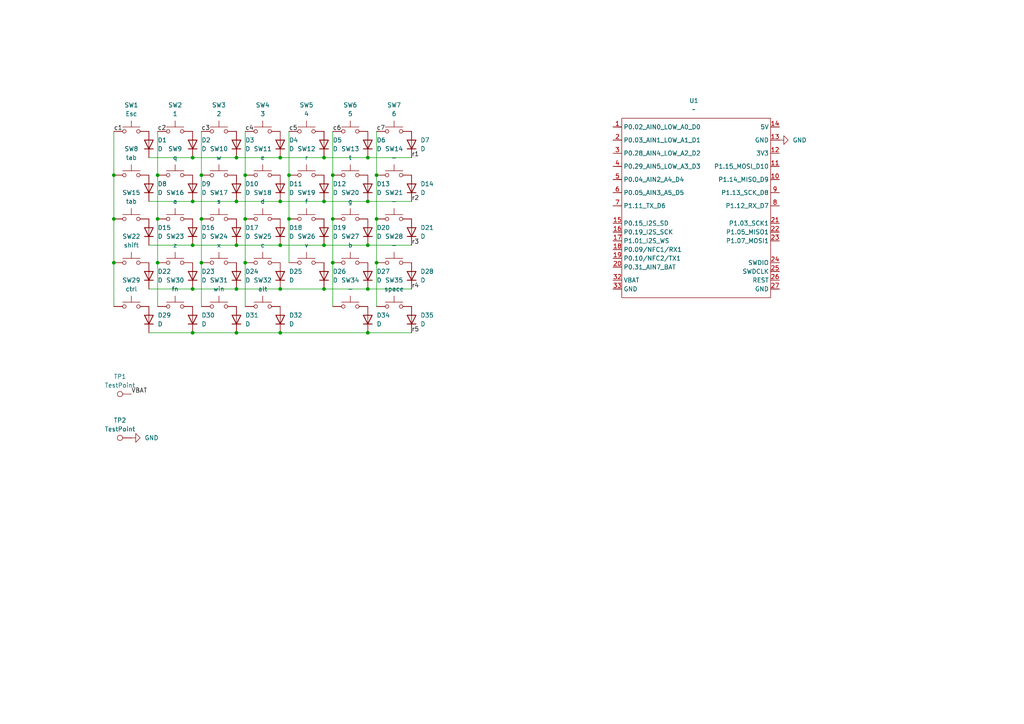
<source format=kicad_sch>
(kicad_sch (version 20250114) (generator "eeschema") (generator_version "9.0")
  (paper "A4")
  (lib_symbols
    (symbol "Connector:TestPoint" (pin_numbers (hide yes)) (pin_names (offset 0.762) (hide yes))
      (property "Reference" "TP" (at 0 6.858 0))
      (property "Value" "TestPoint" (at 0 5.08 0))
      (symbol "TestPoint_0_1"
        (circle (center 0 3.302) (radius 0.762))
      )
      (symbol "TestPoint_1_1"
        (pin passive line (at 0 0 90) (length 2.54) (name "1") (number "1"))
      )
    )
    (symbol "Device:D" (pin_numbers (hide yes)) (pin_names (offset 1.016) (hide yes))
      (property "Reference" "D" (at 0 2.54 0))
      (property "Value" "D" (at 0 -2.54 0))
      (symbol "D_0_1"
        (polyline (pts (xy -1.27 1.27) (xy -1.27 -1.27)) (stroke (width 0.254)))
        (polyline (pts (xy 1.27 1.27) (xy 1.27 -1.27) (xy -1.27 0) (xy 1.27 1.27)) (stroke (width 0.254)))
        (polyline (pts (xy 1.27 0) (xy -1.27 0)))
      )
      (symbol "D_1_1"
        (pin passive line (at -3.81 0 0) (length 2.54) (name "K") (number "1"))
        (pin passive line (at 3.81 0 180) (length 2.54) (name "A") (number "2"))
      )
    )
    (symbol "Seeed_Studio_XIAO_Series (1):XIAO-nRF52840_Plus_SMD"
      (property "Reference" "U" (at -2.54 2.54 0))
      (symbol "XIAO-nRF52840_Plus_SMD_0_1"
        (rectangle (start 0 0) (end 43.18 -52.07))
      )
      (symbol "XIAO-nRF52840_Plus_SMD_1_0"
        (polyline (pts (xy 0 -2.54) (xy -1.27 -2.54)) (stroke (width 0.1524)))
        (polyline (pts (xy 0 -6.35) (xy -1.27 -6.35)) (stroke (width 0.1524)))
        (polyline (pts (xy 0 -10.16) (xy -1.27 -10.16)) (stroke (width 0.1524)))
        (polyline (pts (xy 0 -13.97) (xy -1.27 -13.97)) (stroke (width 0.1524)))
        (polyline (pts (xy 0 -17.78) (xy -1.27 -17.78)) (stroke (width 0.1524)))
        (polyline (pts (xy 0 -21.59) (xy -1.27 -21.59)) (stroke (width 0.1524)))
        (polyline (pts (xy 0 -25.4) (xy -1.27 -25.4)) (stroke (width 0.1524)))
        (pin passive line (at -2.54 -2.54 0) (length 2.54) (name "P0.02_AIN0_LOW_A0_D0") (number "1"))
        (pin passive line (at -2.54 -6.35 0) (length 2.54) (name "P0.03_AIN1_LOW_A1_D1") (number "2"))
        (pin passive line (at -2.54 -10.16 0) (length 2.54) (name "P0.28_AIN4_LOW_A2_D2") (number "3"))
        (pin passive line (at -2.54 -13.97 0) (length 2.54) (name "P0.29_AIN5_LOW_A3_D3") (number "4"))
        (pin passive line (at -2.54 -17.78 0) (length 2.54) (name "P0.04_AIN2_A4_D4") (number "5"))
        (pin passive line (at -2.54 -21.59 0) (length 2.54) (name "P0.05_AIN3_A5_D5") (number "6"))
        (pin passive line (at -2.54 -25.4 0) (length 2.54) (name "P1.11_TX_D6") (number "7"))
        (pin passive line (at 45.72 -2.54 180) (length 2.54) (name "5V") (number "14"))
        (pin passive line (at 45.72 -6.35 180) (length 2.54) (name "GND") (number "13"))
        (pin passive line (at 45.72 -10.16 180) (length 2.54) (name "3V3") (number "12"))
        (pin passive line (at 45.72 -13.97 180) (length 2.54) (name "P1.15_MOSI_D10") (number "11"))
        (pin passive line (at 45.72 -17.78 180) (length 2.54) (name "P1.14_MISO_D9") (number "10"))
        (pin passive line (at 45.72 -21.59 180) (length 2.54) (name "P1.13_SCK_D8") (number "9"))
        (pin passive line (at 45.72 -25.4 180) (length 2.54) (name "P1.12_RX_D7") (number "8"))
      )
      (symbol "XIAO-nRF52840_Plus_SMD_1_1"
        (pin passive line (at -2.54 -30.48 0) (length 2.54) (name "P0.15_I2S_SD") (number "15"))
        (pin passive line (at -2.54 -33.02 0) (length 2.54) (name "P0.19_I2S_SCK") (number "16"))
        (pin passive line (at -2.54 -35.56 0) (length 2.54) (name "P1.01_I2S_WS") (number "17"))
        (pin passive line (at -2.54 -38.1 0) (length 2.54) (name "P0.09/NFC1/RX1") (number "18"))
        (pin passive line (at -2.54 -40.64 0) (length 2.54) (name "P0.10/NFC2/TX1") (number "19"))
        (pin passive line (at -2.54 -43.18 0) (length 2.54) (name "P0.31_AIN7_BAT") (number "20"))
        (pin passive line (at -2.54 -46.99 0) (length 2.54) (name "VBAT") (number "32"))
        (pin passive line (at -2.54 -49.53 0) (length 2.54) (name "GND") (number "33"))
        (pin passive line (at 45.72 -30.48 180) (length 2.54) (name "P1.03_SCK1") (number "21"))
        (pin passive line (at 45.72 -33.02 180) (length 2.54) (name "P1.05_MISO1") (number "22"))
        (pin passive line (at 45.72 -35.56 180) (length 2.54) (name "P1.07_MOSI1") (number "23"))
        (pin passive line (at 45.72 -41.91 180) (length 2.54) (name "SWDIO") (number "24"))
        (pin passive line (at 45.72 -44.45 180) (length 2.54) (name "SWDCLK") (number "25"))
        (pin passive line (at 45.72 -46.99 180) (length 2.54) (name "REST") (number "26"))
        (pin passive line (at 45.72 -49.53 180) (length 2.54) (name "GND") (number "27"))
      )
    )
    (symbol "Switch:SW_Push" (pin_numbers (hide yes)) (pin_names (offset 1.016) (hide yes))
      (property "Reference" "SW" (at 1.27 2.54 0))
      (property "Value" "SW_Push" (at 0 -1.524 0))
      (symbol "SW_Push_0_1"
        (circle (center -2.032 0) (radius 0.508))
        (polyline (pts (xy 0 1.27) (xy 0 3.048)))
        (circle (center 2.032 0) (radius 0.508))
        (polyline (pts (xy 2.54 1.27) (xy -2.54 1.27)))
        (pin passive line (at -5.08 0 0) (length 2.54) (name "1") (number "1"))
        (pin passive line (at 5.08 0 180) (length 2.54) (name "2") (number "2"))
      )
    )
    (symbol "power:GND" (power) (pin_numbers (hide yes)) (pin_names (offset 0) (hide yes))
      (property "Value" "GND" (at 0 -3.81 0))
      (symbol "GND_0_1"
        (polyline (pts (xy 0 0) (xy 0 -1.27) (xy 1.27 -1.27) (xy 0 -2.54) (xy -1.27 -1.27) (xy 0 -1.27)))
      )
      (symbol "GND_1_1"
        (pin power_in line (at 0 0 270) (length 0) (name "~") (number "1"))
      )
    )
  )
  (junction (at 71.12 76.2))
  (junction (at 58.42 50.8))
  (junction (at 68.58 58.42))
  (junction (at 109.22 50.8))
  (junction (at 96.52 63.5))
  (junction (at 55.88 96.52))
  (junction (at 45.72 63.5))
  (junction (at 96.52 76.2))
  (junction (at 55.88 71.12))
  (junction (at 33.02 50.8))
  (junction (at 81.28 83.82))
  (junction (at 58.42 76.2))
  (junction (at 106.68 83.82))
  (junction (at 93.98 71.12))
  (junction (at 55.88 45.72))
  (junction (at 93.98 83.82))
  (junction (at 96.52 50.8))
  (junction (at 68.58 96.52))
  (junction (at 68.58 45.72))
  (junction (at 106.68 71.12))
  (junction (at 33.02 76.2))
  (junction (at 55.88 83.82))
  (junction (at 83.82 63.5))
  (junction (at 81.28 96.52))
  (junction (at 55.88 58.42))
  (junction (at 81.28 71.12))
  (junction (at 58.42 63.5))
  (junction (at 106.68 58.42))
  (junction (at 81.28 45.72))
  (junction (at 83.82 50.8))
  (junction (at 93.98 58.42))
  (junction (at 45.72 50.8))
  (junction (at 93.98 45.72))
  (junction (at 68.58 83.82))
  (junction (at 33.02 63.5))
  (junction (at 81.28 58.42))
  (junction (at 71.12 50.8))
  (junction (at 109.22 63.5))
  (junction (at 45.72 76.2))
  (junction (at 71.12 63.5))
  (junction (at 109.22 76.2))
  (junction (at 68.58 71.12))
  (junction (at 106.68 45.72))
  (junction (at 106.68 96.52))
  (wire (pts (xy 45.72 76.2) (xy 45.72 88.9)))
  (wire (pts (xy 81.28 45.72) (xy 93.98 45.72)))
  (wire (pts (xy 45.72 63.5) (xy 45.72 76.2)))
  (wire (pts (xy 106.68 83.82) (xy 119.38 83.82)))
  (wire (pts (xy 55.88 83.82) (xy 68.58 83.82)))
  (wire (pts (xy 43.18 71.12) (xy 55.88 71.12)))
  (wire (pts (xy 83.82 50.8) (xy 83.82 63.5)))
  (wire (pts (xy 81.28 83.82) (xy 93.98 83.82)))
  (wire (pts (xy 96.52 63.5) (xy 96.52 76.2)))
  (wire (pts (xy 58.42 50.8) (xy 58.42 63.5)))
  (wire (pts (xy 45.72 50.8) (xy 45.72 63.5)))
  (wire (pts (xy 33.02 76.2) (xy 33.02 88.9)))
  (wire (pts (xy 106.68 58.42) (xy 119.38 58.42)))
  (wire (pts (xy 106.68 71.12) (xy 119.38 71.12)))
  (wire (pts (xy 81.28 71.12) (xy 93.98 71.12)))
  (wire (pts (xy 109.22 38.1) (xy 109.22 50.8)))
  (wire (pts (xy 33.02 38.1) (xy 33.02 50.8)))
  (wire (pts (xy 68.58 45.72) (xy 81.28 45.72)))
  (wire (pts (xy 55.88 71.12) (xy 68.58 71.12)))
  (wire (pts (xy 71.12 63.5) (xy 71.12 76.2)))
  (wire (pts (xy 68.58 83.82) (xy 81.28 83.82)))
  (wire (pts (xy 83.82 63.5) (xy 83.82 76.2)))
  (wire (pts (xy 109.22 50.8) (xy 109.22 63.5)))
  (wire (pts (xy 83.82 38.1) (xy 83.82 50.8)))
  (wire (pts (xy 68.58 71.12) (xy 81.28 71.12)))
  (wire (pts (xy 81.28 58.42) (xy 93.98 58.42)))
  (wire (pts (xy 55.88 96.52) (xy 68.58 96.52)))
  (wire (pts (xy 96.52 38.1) (xy 96.52 50.8)))
  (wire (pts (xy 58.42 63.5) (xy 58.42 76.2)))
  (wire (pts (xy 93.98 45.72) (xy 106.68 45.72)))
  (wire (pts (xy 109.22 63.5) (xy 109.22 76.2)))
  (wire (pts (xy 71.12 38.1) (xy 71.12 50.8)))
  (wire (pts (xy 58.42 38.1) (xy 58.42 50.8)))
  (wire (pts (xy 106.68 96.52) (xy 119.38 96.52)))
  (wire (pts (xy 68.58 96.52) (xy 81.28 96.52)))
  (wire (pts (xy 93.98 71.12) (xy 106.68 71.12)))
  (wire (pts (xy 106.68 45.72) (xy 119.38 45.72)))
  (wire (pts (xy 55.88 45.72) (xy 68.58 45.72)))
  (wire (pts (xy 45.72 38.1) (xy 45.72 50.8)))
  (wire (pts (xy 109.22 76.2) (xy 109.22 88.9)))
  (wire (pts (xy 33.02 50.8) (xy 33.02 63.5)))
  (wire (pts (xy 96.52 76.2) (xy 96.52 88.9)))
  (wire (pts (xy 81.28 96.52) (xy 106.68 96.52)))
  (wire (pts (xy 58.42 76.2) (xy 58.42 88.9)))
  (wire (pts (xy 68.58 58.42) (xy 81.28 58.42)))
  (wire (pts (xy 43.18 83.82) (xy 55.88 83.82)))
  (wire (pts (xy 71.12 50.8) (xy 71.12 63.5)))
  (wire (pts (xy 55.88 58.42) (xy 68.58 58.42)))
  (wire (pts (xy 71.12 76.2) (xy 71.12 88.9)))
  (wire (pts (xy 43.18 96.52) (xy 55.88 96.52)))
  (wire (pts (xy 43.18 58.42) (xy 55.88 58.42)))
  (wire (pts (xy 43.18 45.72) (xy 55.88 45.72)))
  (wire (pts (xy 93.98 58.42) (xy 106.68 58.42)))
  (wire (pts (xy 96.52 50.8) (xy 96.52 63.5)))
  (wire (pts (xy 93.98 83.82) (xy 106.68 83.82)))
  (wire (pts (xy 33.02 63.5) (xy 33.02 76.2)))
  (label "c6" (at 96.52 38.1 0))
  (label "c2" (at 45.72 38.1 0))
  (label "VBAT" (at 38.1 114.3 0))
  (label "c5" (at 83.82 38.1 0))
  (label "r3" (at 119.38 71.12 0))
  (label "c1" (at 33.02 38.1 0))
  (label "c3" (at 58.42 38.1 0))
  (label "r2" (at 119.38 58.42 0))
  (label "r5" (at 119.38 96.52 0))
  (label "r1" (at 119.38 45.72 0))
  (label "c4" (at 71.12 38.1 0))
  (label "c7" (at 109.22 38.1 0))
  (label "r4" (at 119.38 83.82 0))
  (symbol (lib_id "power:GND") (at 226.06 40.64 90) (unit 1)
    (property "Reference" "#PWR02" (effects (hide yes)))
    (property "Value" "GND" (at 229.87 40.6399 90) (effects (justify right)))
    (property "Description" "Power symbol creates a global label with name \"GND\" , ground" (effects (hide yes)))
  )
  (symbol (lib_id "Switch:SW_Push") (at 88.9 63.5 0) (unit 1)
    (property "Reference" "SW19" (at 88.9 55.88 0))
    (property "Value" "f" (at 88.9 58.42 0))
    (property "Description" "Push button switch, generic, two pins" (effects (hide yes)))
  )
  (symbol (lib_id "Switch:SW_Push") (at 38.1 76.2 0) (unit 1)
    (property "Reference" "SW22" (at 38.1 68.58 0))
    (property "Value" "shift" (at 38.1 71.12 0))
    (property "Description" "Push button switch, generic, two pins" (effects (hide yes)))
  )
  (symbol (lib_id "Device:D") (at 68.58 67.31 90) (unit 1)
    (property "Reference" "D17" (at 71.12 66.0399 90) (effects (justify right)))
    (property "Value" "D" (at 71.12 68.5799 90) (effects (justify right)))
    (property "Description" "Diode" (effects (hide yes)))
    (property "Sim.Device" "D" (effects (hide yes)))
    (property "Sim.Pins" "1=K 2=A" (effects (hide yes)))
  )
  (symbol (lib_id "Seeed_Studio_XIAO_Series (1):XIAO-nRF52840_Plus_SMD") (at 180.34 34.29 0) (unit 1)
    (property "Reference" "U1" (at 201.2569 29.21 0))
    (property "Value" "~" (at 201.2569 31.75 0))
  )
  (symbol (lib_id "Switch:SW_Push") (at 76.2 38.1 0) (unit 1)
    (property "Reference" "SW4" (at 76.2 30.48 0))
    (property "Value" "3" (at 76.2 33.02 0))
    (property "Description" "Push button switch, generic, two pins" (effects (hide yes)))
  )
  (symbol (lib_id "Device:D") (at 106.68 41.91 90) (unit 1)
    (property "Reference" "D6" (at 109.22 40.6399 90) (effects (justify right)))
    (property "Value" "D" (at 109.22 43.1799 90) (effects (justify right)))
    (property "Description" "Diode" (effects (hide yes)))
    (property "Sim.Device" "D" (effects (hide yes)))
    (property "Sim.Pins" "1=K 2=A" (effects (hide yes)))
  )
  (symbol (lib_id "Device:D") (at 106.68 67.31 90) (unit 1)
    (property "Reference" "D20" (at 109.22 66.0399 90) (effects (justify right)))
    (property "Value" "D" (at 109.22 68.5799 90) (effects (justify right)))
    (property "Description" "Diode" (effects (hide yes)))
    (property "Sim.Device" "D" (effects (hide yes)))
    (property "Sim.Pins" "1=K 2=A" (effects (hide yes)))
  )
  (symbol (lib_id "Device:D") (at 81.28 67.31 90) (unit 1)
    (property "Reference" "D18" (at 83.82 66.0399 90) (effects (justify right)))
    (property "Value" "D" (at 83.82 68.5799 90) (effects (justify right)))
    (property "Description" "Diode" (effects (hide yes)))
    (property "Sim.Device" "D" (effects (hide yes)))
    (property "Sim.Pins" "1=K 2=A" (effects (hide yes)))
  )
  (symbol (lib_id "Switch:SW_Push") (at 114.3 88.9 0) (unit 1)
    (property "Reference" "SW35" (at 114.3 81.28 0))
    (property "Value" "space" (at 114.3 83.82 0))
    (property "Description" "Push button switch, generic, two pins" (effects (hide yes)))
  )
  (symbol (lib_id "Device:D") (at 119.38 41.91 90) (unit 1)
    (property "Reference" "D7" (at 121.92 40.6399 90) (effects (justify right)))
    (property "Value" "D" (at 121.92 43.1799 90) (effects (justify right)))
    (property "Description" "Diode" (effects (hide yes)))
    (property "Sim.Device" "D" (effects (hide yes)))
    (property "Sim.Pins" "1=K 2=A" (effects (hide yes)))
  )
  (symbol (lib_id "Device:D") (at 68.58 80.01 90) (unit 1)
    (property "Reference" "D24" (at 71.12 78.7399 90) (effects (justify right)))
    (property "Value" "D" (at 71.12 81.2799 90) (effects (justify right)))
    (property "Description" "Diode" (effects (hide yes)))
    (property "Sim.Device" "D" (effects (hide yes)))
    (property "Sim.Pins" "1=K 2=A" (effects (hide yes)))
  )
  (symbol (lib_id "Switch:SW_Push") (at 63.5 88.9 0) (unit 1)
    (property "Reference" "SW31" (at 63.5 81.28 0))
    (property "Value" "win" (at 63.5 83.82 0))
    (property "Description" "Push button switch, generic, two pins" (effects (hide yes)))
  )
  (symbol (lib_id "Device:D") (at 68.58 54.61 90) (unit 1)
    (property "Reference" "D10" (at 71.12 53.3399 90) (effects (justify right)))
    (property "Value" "D" (at 71.12 55.8799 90) (effects (justify right)))
    (property "Description" "Diode" (effects (hide yes)))
    (property "Sim.Device" "D" (effects (hide yes)))
    (property "Sim.Pins" "1=K 2=A" (effects (hide yes)))
  )
  (symbol (lib_id "Device:D") (at 55.88 80.01 90) (unit 1)
    (property "Reference" "D23" (at 58.42 78.7399 90) (effects (justify right)))
    (property "Value" "D" (at 58.42 81.2799 90) (effects (justify right)))
    (property "Description" "Diode" (effects (hide yes)))
    (property "Sim.Device" "D" (effects (hide yes)))
    (property "Sim.Pins" "1=K 2=A" (effects (hide yes)))
  )
  (symbol (lib_id "Device:D") (at 81.28 54.61 90) (unit 1)
    (property "Reference" "D11" (at 83.82 53.3399 90) (effects (justify right)))
    (property "Value" "D" (at 83.82 55.8799 90) (effects (justify right)))
    (property "Description" "Diode" (effects (hide yes)))
    (property "Sim.Device" "D" (effects (hide yes)))
    (property "Sim.Pins" "1=K 2=A" (effects (hide yes)))
  )
  (symbol (lib_id "Switch:SW_Push") (at 38.1 38.1 0) (unit 1)
    (property "Reference" "SW1" (at 38.1 30.48 0))
    (property "Value" "Esc" (at 38.1 33.02 0))
    (property "Description" "Push button switch, generic, two pins" (effects (hide yes)))
  )
  (symbol (lib_id "power:GND") (at 38.1 127 90) (unit 1)
    (property "Reference" "#PWR01" (effects (hide yes)))
    (property "Value" "GND" (at 41.91 126.9999 90) (effects (justify right)))
    (property "Description" "Power symbol creates a global label with name \"GND\" , ground" (effects (hide yes)))
  )
  (symbol (lib_id "Device:D") (at 93.98 41.91 90) (unit 1)
    (property "Reference" "D5" (at 96.52 40.6399 90) (effects (justify right)))
    (property "Value" "D" (at 96.52 43.1799 90) (effects (justify right)))
    (property "Description" "Diode" (effects (hide yes)))
    (property "Sim.Device" "D" (effects (hide yes)))
    (property "Sim.Pins" "1=K 2=A" (effects (hide yes)))
  )
  (symbol (lib_id "Switch:SW_Push") (at 38.1 50.8 0) (unit 1)
    (property "Reference" "SW8" (at 38.1 43.18 0))
    (property "Value" "tab" (at 38.1 45.72 0))
    (property "Description" "Push button switch, generic, two pins" (effects (hide yes)))
  )
  (symbol (lib_id "Device:D") (at 68.58 92.71 90) (unit 1)
    (property "Reference" "D31" (at 71.12 91.4399 90) (effects (justify right)))
    (property "Value" "D" (at 71.12 93.9799 90) (effects (justify right)))
    (property "Description" "Diode" (effects (hide yes)))
    (property "Sim.Device" "D" (effects (hide yes)))
    (property "Sim.Pins" "1=K 2=A" (effects (hide yes)))
  )
  (symbol (lib_id "Device:D") (at 119.38 54.61 90) (unit 1)
    (property "Reference" "D14" (at 121.92 53.3399 90) (effects (justify right)))
    (property "Value" "D" (at 121.92 55.8799 90) (effects (justify right)))
    (property "Description" "Diode" (effects (hide yes)))
    (property "Sim.Device" "D" (effects (hide yes)))
    (property "Sim.Pins" "1=K 2=A" (effects (hide yes)))
  )
  (symbol (lib_id "Device:D") (at 93.98 80.01 90) (unit 1)
    (property "Reference" "D26" (at 96.52 78.7399 90) (effects (justify right)))
    (property "Value" "D" (at 96.52 81.2799 90) (effects (justify right)))
    (property "Description" "Diode" (effects (hide yes)))
    (property "Sim.Device" "D" (effects (hide yes)))
    (property "Sim.Pins" "1=K 2=A" (effects (hide yes)))
  )
  (symbol (lib_id "Device:D") (at 55.88 54.61 90) (unit 1)
    (property "Reference" "D9" (at 58.42 53.3399 90) (effects (justify right)))
    (property "Value" "D" (at 58.42 55.8799 90) (effects (justify right)))
    (property "Description" "Diode" (effects (hide yes)))
    (property "Sim.Device" "D" (effects (hide yes)))
    (property "Sim.Pins" "1=K 2=A" (effects (hide yes)))
  )
  (symbol (lib_id "Connector:TestPoint") (at 38.1 127 90) (unit 1)
    (property "Reference" "TP2" (at 34.798 121.92 90))
    (property "Value" "TestPoint" (at 34.798 124.46 90))
    (property "Description" "test point" (effects (hide yes)))
  )
  (symbol (lib_id "Switch:SW_Push") (at 101.6 38.1 0) (unit 1)
    (property "Reference" "SW6" (at 101.6 30.48 0))
    (property "Value" "5" (at 101.6 33.02 0))
    (property "Description" "Push button switch, generic, two pins" (effects (hide yes)))
  )
  (symbol (lib_id "Device:D") (at 81.28 92.71 90) (unit 1)
    (property "Reference" "D32" (at 83.82 91.4399 90) (effects (justify right)))
    (property "Value" "D" (at 83.82 93.9799 90) (effects (justify right)))
    (property "Description" "Diode" (effects (hide yes)))
    (property "Sim.Device" "D" (effects (hide yes)))
    (property "Sim.Pins" "1=K 2=A" (effects (hide yes)))
  )
  (symbol (lib_id "Device:D") (at 106.68 80.01 90) (unit 1)
    (property "Reference" "D27" (at 109.22 78.7399 90) (effects (justify right)))
    (property "Value" "D" (at 109.22 81.2799 90) (effects (justify right)))
    (property "Description" "Diode" (effects (hide yes)))
    (property "Sim.Device" "D" (effects (hide yes)))
    (property "Sim.Pins" "1=K 2=A" (effects (hide yes)))
  )
  (symbol (lib_id "Switch:SW_Push") (at 50.8 88.9 0) (unit 1)
    (property "Reference" "SW30" (at 50.8 81.28 0))
    (property "Value" "fn" (at 50.8 83.82 0))
    (property "Description" "Push button switch, generic, two pins" (effects (hide yes)))
  )
  (symbol (lib_id "Device:D") (at 93.98 54.61 90) (unit 1)
    (property "Reference" "D12" (at 96.52 53.3399 90) (effects (justify right)))
    (property "Value" "D" (at 96.52 55.8799 90) (effects (justify right)))
    (property "Description" "Diode" (effects (hide yes)))
    (property "Sim.Device" "D" (effects (hide yes)))
    (property "Sim.Pins" "1=K 2=A" (effects (hide yes)))
  )
  (symbol (lib_id "Switch:SW_Push") (at 88.9 50.8 0) (unit 1)
    (property "Reference" "SW12" (at 88.9 43.18 0))
    (property "Value" "r" (at 88.9 45.72 0))
    (property "Description" "Push button switch, generic, two pins" (effects (hide yes)))
  )
  (symbol (lib_id "Device:D") (at 43.18 54.61 90) (unit 1)
    (property "Reference" "D8" (at 45.72 53.3399 90) (effects (justify right)))
    (property "Value" "D" (at 45.72 55.8799 90) (effects (justify right)))
    (property "Description" "Diode" (effects (hide yes)))
    (property "Sim.Device" "D" (effects (hide yes)))
    (property "Sim.Pins" "1=K 2=A" (effects (hide yes)))
  )
  (symbol (lib_id "Device:D") (at 68.58 41.91 90) (unit 1)
    (property "Reference" "D3" (at 71.12 40.6399 90) (effects (justify right)))
    (property "Value" "D" (at 71.12 43.1799 90) (effects (justify right)))
    (property "Description" "Diode" (effects (hide yes)))
    (property "Sim.Device" "D" (effects (hide yes)))
    (property "Sim.Pins" "1=K 2=A" (effects (hide yes)))
  )
  (symbol (lib_id "Switch:SW_Push") (at 76.2 76.2 0) (unit 1)
    (property "Reference" "SW25" (at 76.2 68.58 0))
    (property "Value" "c" (at 76.2 71.12 0))
    (property "Description" "Push button switch, generic, two pins" (effects (hide yes)))
  )
  (symbol (lib_id "Switch:SW_Push") (at 101.6 63.5 0) (unit 1)
    (property "Reference" "SW20" (at 101.6 55.88 0))
    (property "Value" "g" (at 101.6 58.42 0))
    (property "Description" "Push button switch, generic, two pins" (effects (hide yes)))
  )
  (symbol (lib_id "Device:D") (at 106.68 92.71 90) (unit 1)
    (property "Reference" "D34" (at 109.22 91.4399 90) (effects (justify right)))
    (property "Value" "D" (at 109.22 93.9799 90) (effects (justify right)))
    (property "Description" "Diode" (effects (hide yes)))
    (property "Sim.Device" "D" (effects (hide yes)))
    (property "Sim.Pins" "1=K 2=A" (effects (hide yes)))
  )
  (symbol (lib_id "Device:D") (at 119.38 67.31 90) (unit 1)
    (property "Reference" "D21" (at 121.92 66.0399 90) (effects (justify right)))
    (property "Value" "D" (at 121.92 68.5799 90) (effects (justify right)))
    (property "Description" "Diode" (effects (hide yes)))
    (property "Sim.Device" "D" (effects (hide yes)))
    (property "Sim.Pins" "1=K 2=A" (effects (hide yes)))
  )
  (symbol (lib_id "Switch:SW_Push") (at 50.8 76.2 0) (unit 1)
    (property "Reference" "SW23" (at 50.8 68.58 0))
    (property "Value" "z" (at 50.8 71.12 0))
    (property "Description" "Push button switch, generic, two pins" (effects (hide yes)))
  )
  (symbol (lib_id "Device:D") (at 43.18 67.31 90) (unit 1)
    (property "Reference" "D15" (at 45.72 66.0399 90) (effects (justify right)))
    (property "Value" "D" (at 45.72 68.5799 90) (effects (justify right)))
    (property "Description" "Diode" (effects (hide yes)))
    (property "Sim.Device" "D" (effects (hide yes)))
    (property "Sim.Pins" "1=K 2=A" (effects (hide yes)))
  )
  (symbol (lib_id "Device:D") (at 43.18 41.91 90) (unit 1)
    (property "Reference" "D1" (at 45.72 40.6399 90) (effects (justify right)))
    (property "Value" "D" (at 45.72 43.1799 90) (effects (justify right)))
    (property "Description" "Diode" (effects (hide yes)))
    (property "Sim.Device" "D" (effects (hide yes)))
    (property "Sim.Pins" "1=K 2=A" (effects (hide yes)))
  )
  (symbol (lib_id "Switch:SW_Push") (at 63.5 50.8 0) (unit 1)
    (property "Reference" "SW10" (at 63.5 43.18 0))
    (property "Value" "w" (at 63.5 45.72 0))
    (property "Description" "Push button switch, generic, two pins" (effects (hide yes)))
  )
  (symbol (lib_id "Switch:SW_Push") (at 114.3 50.8 0) (unit 1)
    (property "Reference" "SW14" (at 114.3 43.18 0))
    (property "Value" "-" (at 114.3 45.72 0))
    (property "Description" "Push button switch, generic, two pins" (effects (hide yes)))
  )
  (symbol (lib_id "Device:D") (at 119.38 80.01 90) (unit 1)
    (property "Reference" "D28" (at 121.92 78.7399 90) (effects (justify right)))
    (property "Value" "D" (at 121.92 81.2799 90) (effects (justify right)))
    (property "Description" "Diode" (effects (hide yes)))
    (property "Sim.Device" "D" (effects (hide yes)))
    (property "Sim.Pins" "1=K 2=A" (effects (hide yes)))
  )
  (symbol (lib_id "Switch:SW_Push") (at 38.1 63.5 0) (unit 1)
    (property "Reference" "SW15" (at 38.1 55.88 0))
    (property "Value" "tab" (at 38.1 58.42 0))
    (property "Description" "Push button switch, generic, two pins" (effects (hide yes)))
  )
  (symbol (lib_id "Switch:SW_Push") (at 114.3 76.2 0) (unit 1)
    (property "Reference" "SW28" (at 114.3 68.58 0))
    (property "Value" "-" (at 114.3 71.12 0))
    (property "Description" "Push button switch, generic, two pins" (effects (hide yes)))
  )
  (symbol (lib_id "Switch:SW_Push") (at 101.6 50.8 0) (unit 1)
    (property "Reference" "SW13" (at 101.6 43.18 0))
    (property "Value" "t" (at 101.6 45.72 0))
    (property "Description" "Push button switch, generic, two pins" (effects (hide yes)))
  )
  (symbol (lib_id "Device:D") (at 81.28 41.91 90) (unit 1)
    (property "Reference" "D4" (at 83.82 40.6399 90) (effects (justify right)))
    (property "Value" "D" (at 83.82 43.1799 90) (effects (justify right)))
    (property "Description" "Diode" (effects (hide yes)))
    (property "Sim.Device" "D" (effects (hide yes)))
    (property "Sim.Pins" "1=K 2=A" (effects (hide yes)))
  )
  (symbol (lib_id "Device:D") (at 55.88 67.31 90) (unit 1)
    (property "Reference" "D16" (at 58.42 66.0399 90) (effects (justify right)))
    (property "Value" "D" (at 58.42 68.5799 90) (effects (justify right)))
    (property "Description" "Diode" (effects (hide yes)))
    (property "Sim.Device" "D" (effects (hide yes)))
    (property "Sim.Pins" "1=K 2=A" (effects (hide yes)))
  )
  (symbol (lib_id "Switch:SW_Push") (at 38.1 88.9 0) (unit 1)
    (property "Reference" "SW29" (at 38.1 81.28 0))
    (property "Value" "ctrl" (at 38.1 83.82 0))
    (property "Description" "Push button switch, generic, two pins" (effects (hide yes)))
  )
  (symbol (lib_id "Switch:SW_Push") (at 63.5 38.1 0) (unit 1)
    (property "Reference" "SW3" (at 63.5 30.48 0))
    (property "Value" "2" (at 63.5 33.02 0))
    (property "Description" "Push button switch, generic, two pins" (effects (hide yes)))
  )
  (symbol (lib_id "Switch:SW_Push") (at 114.3 63.5 0) (unit 1)
    (property "Reference" "SW21" (at 114.3 55.88 0))
    (property "Value" "-" (at 114.3 58.42 0))
    (property "Description" "Push button switch, generic, two pins" (effects (hide yes)))
  )
  (symbol (lib_id "Device:D") (at 119.38 92.71 90) (unit 1)
    (property "Reference" "D35" (at 121.92 91.4399 90) (effects (justify right)))
    (property "Value" "D" (at 121.92 93.9799 90) (effects (justify right)))
    (property "Description" "Diode" (effects (hide yes)))
    (property "Sim.Device" "D" (effects (hide yes)))
    (property "Sim.Pins" "1=K 2=A" (effects (hide yes)))
  )
  (symbol (lib_id "Switch:SW_Push") (at 101.6 88.9 0) (unit 1)
    (property "Reference" "SW34" (at 101.6 81.28 0))
    (property "Value" "-" (at 101.6 83.82 0))
    (property "Description" "Push button switch, generic, two pins" (effects (hide yes)))
  )
  (symbol (lib_id "Device:D") (at 93.98 67.31 90) (unit 1)
    (property "Reference" "D19" (at 96.52 66.0399 90) (effects (justify right)))
    (property "Value" "D" (at 96.52 68.5799 90) (effects (justify right)))
    (property "Description" "Diode" (effects (hide yes)))
    (property "Sim.Device" "D" (effects (hide yes)))
    (property "Sim.Pins" "1=K 2=A" (effects (hide yes)))
  )
  (symbol (lib_id "Device:D") (at 43.18 80.01 90) (unit 1)
    (property "Reference" "D22" (at 45.72 78.7399 90) (effects (justify right)))
    (property "Value" "D" (at 45.72 81.2799 90) (effects (justify right)))
    (property "Description" "Diode" (effects (hide yes)))
    (property "Sim.Device" "D" (effects (hide yes)))
    (property "Sim.Pins" "1=K 2=A" (effects (hide yes)))
  )
  (symbol (lib_id "Device:D") (at 55.88 92.71 90) (unit 1)
    (property "Reference" "D30" (at 58.42 91.4399 90) (effects (justify right)))
    (property "Value" "D" (at 58.42 93.9799 90) (effects (justify right)))
    (property "Description" "Diode" (effects (hide yes)))
    (property "Sim.Device" "D" (effects (hide yes)))
    (property "Sim.Pins" "1=K 2=A" (effects (hide yes)))
  )
  (symbol (lib_id "Device:D") (at 43.18 92.71 90) (unit 1)
    (property "Reference" "D29" (at 45.72 91.4399 90) (effects (justify right)))
    (property "Value" "D" (at 45.72 93.9799 90) (effects (justify right)))
    (property "Description" "Diode" (effects (hide yes)))
    (property "Sim.Device" "D" (effects (hide yes)))
    (property "Sim.Pins" "1=K 2=A" (effects (hide yes)))
  )
  (symbol (lib_id "Connector:TestPoint") (at 38.1 114.3 90) (unit 1)
    (property "Reference" "TP1" (at 34.798 109.22 90))
    (property "Value" "TestPoint" (at 34.798 111.76 90))
    (property "Description" "test point" (effects (hide yes)))
  )
  (symbol (lib_id "Switch:SW_Push") (at 50.8 50.8 0) (unit 1)
    (property "Reference" "SW9" (at 50.8 43.18 0))
    (property "Value" "q" (at 50.8 45.72 0))
    (property "Description" "Push button switch, generic, two pins" (effects (hide yes)))
  )
  (symbol (lib_id "Switch:SW_Push") (at 63.5 76.2 0) (unit 1)
    (property "Reference" "SW24" (at 63.5 68.58 0))
    (property "Value" "x" (at 63.5 71.12 0))
    (property "Description" "Push button switch, generic, two pins" (effects (hide yes)))
  )
  (symbol (lib_id "Device:D") (at 55.88 41.91 90) (unit 1)
    (property "Reference" "D2" (at 58.42 40.6399 90) (effects (justify right)))
    (property "Value" "D" (at 58.42 43.1799 90) (effects (justify right)))
    (property "Description" "Diode" (effects (hide yes)))
    (property "Sim.Device" "D" (effects (hide yes)))
    (property "Sim.Pins" "1=K 2=A" (effects (hide yes)))
  )
  (symbol (lib_id "Switch:SW_Push") (at 50.8 38.1 0) (unit 1)
    (property "Reference" "SW2" (at 50.8 30.48 0))
    (property "Value" "1" (at 50.8 33.02 0))
    (property "Description" "Push button switch, generic, two pins" (effects (hide yes)))
  )
  (symbol (lib_id "Switch:SW_Push") (at 114.3 38.1 0) (unit 1)
    (property "Reference" "SW7" (at 114.3 30.48 0))
    (property "Value" "6" (at 114.3 33.02 0))
    (property "Description" "Push button switch, generic, two pins" (effects (hide yes)))
  )
  (symbol (lib_id "Switch:SW_Push") (at 50.8 63.5 0) (unit 1)
    (property "Reference" "SW16" (at 50.8 55.88 0))
    (property "Value" "a" (at 50.8 58.42 0))
    (property "Description" "Push button switch, generic, two pins" (effects (hide yes)))
  )
  (symbol (lib_id "Switch:SW_Push") (at 76.2 88.9 0) (unit 1)
    (property "Reference" "SW32" (at 76.2 81.28 0))
    (property "Value" "alt" (at 76.2 83.82 0))
    (property "Description" "Push button switch, generic, two pins" (effects (hide yes)))
  )
  (symbol (lib_id "Switch:SW_Push") (at 63.5 63.5 0) (unit 1)
    (property "Reference" "SW17" (at 63.5 55.88 0))
    (property "Value" "s" (at 63.5 58.42 0))
    (property "Description" "Push button switch, generic, two pins" (effects (hide yes)))
  )
  (symbol (lib_id "Device:D") (at 81.28 80.01 90) (unit 1)
    (property "Reference" "D25" (at 83.82 78.7399 90) (effects (justify right)))
    (property "Value" "D" (at 83.82 81.2799 90) (effects (justify right)))
    (property "Description" "Diode" (effects (hide yes)))
    (property "Sim.Device" "D" (effects (hide yes)))
    (property "Sim.Pins" "1=K 2=A" (effects (hide yes)))
  )
  (symbol (lib_id "Device:D") (at 106.68 54.61 90) (unit 1)
    (property "Reference" "D13" (at 109.22 53.3399 90) (effects (justify right)))
    (property "Value" "D" (at 109.22 55.8799 90) (effects (justify right)))
    (property "Description" "Diode" (effects (hide yes)))
    (property "Sim.Device" "D" (effects (hide yes)))
    (property "Sim.Pins" "1=K 2=A" (effects (hide yes)))
  )
  (symbol (lib_id "Switch:SW_Push") (at 76.2 50.8 0) (unit 1)
    (property "Reference" "SW11" (at 76.2 43.18 0))
    (property "Value" "e" (at 76.2 45.72 0))
    (property "Description" "Push button switch, generic, two pins" (effects (hide yes)))
  )
  (symbol (lib_id "Switch:SW_Push") (at 88.9 38.1 0) (unit 1)
    (property "Reference" "SW5" (at 88.9 30.48 0))
    (property "Value" "4" (at 88.9 33.02 0))
    (property "Description" "Push button switch, generic, two pins" (effects (hide yes)))
  )
  (symbol (lib_id "Switch:SW_Push") (at 101.6 76.2 0) (unit 1)
    (property "Reference" "SW27" (at 101.6 68.58 0))
    (property "Value" "b" (at 101.6 71.12 0))
    (property "Description" "Push button switch, generic, two pins" (effects (hide yes)))
  )
  (symbol (lib_id "Switch:SW_Push") (at 76.2 63.5 0) (unit 1)
    (property "Reference" "SW18" (at 76.2 55.88 0))
    (property "Value" "d" (at 76.2 58.42 0))
    (property "Description" "Push button switch, generic, two pins" (effects (hide yes)))
  )
  (symbol (lib_id "Switch:SW_Push") (at 88.9 76.2 0) (unit 1)
    (property "Reference" "SW26" (at 88.9 68.58 0))
    (property "Value" "v" (at 88.9 71.12 0))
    (property "Description" "Push button switch, generic, two pins" (effects (hide yes)))
  )
)
</source>
